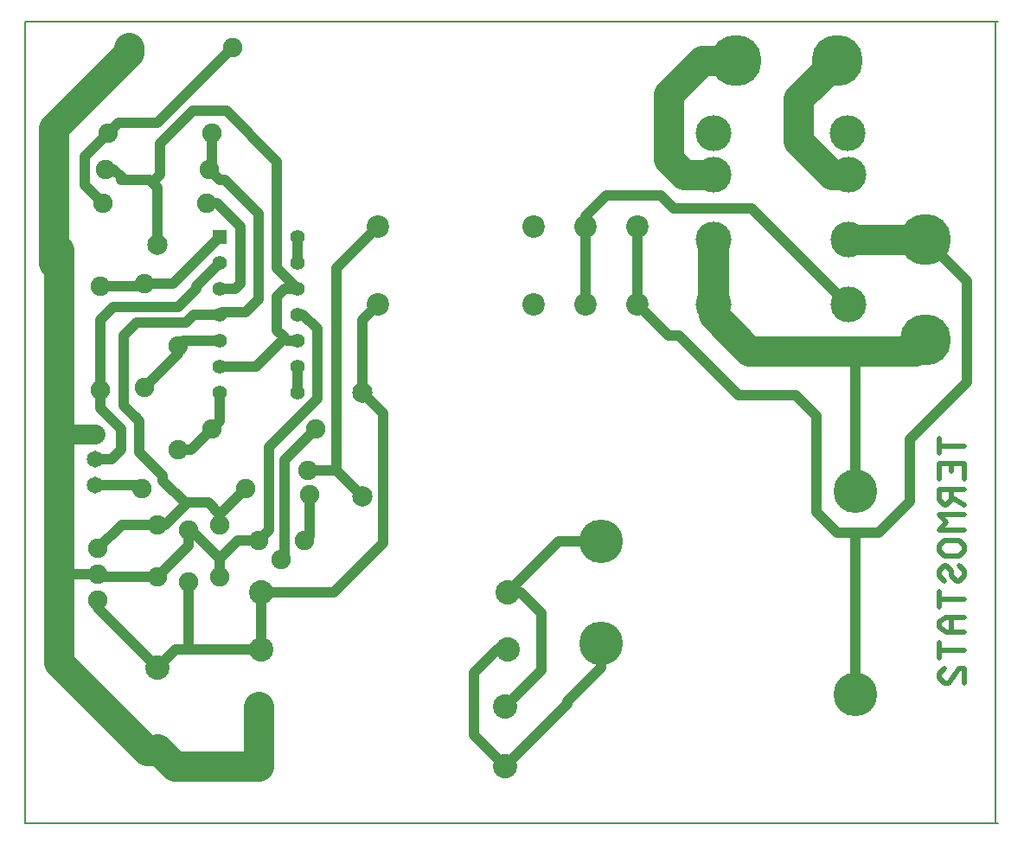
<source format=gbr>
%AMTOOL10*
1,1,0.0750,0,0*
%
%AMTOOL11*
1,1,0.0750,0,0*
%
%AMTOOL12*
21,1,0.0550,0.0550,0.0000,0.0000,90.00*
%
%AMTOOL13*
1,1,0.0550,0,0*
%
%AMTOOL14*
1,1,0.1969,0,0*
%
%AMTOOL15*
1,1,0.1378,0,0*
%
%AMTOOL16*
1,1,0.0785,0,0*
%
%AMTOOL17*
1,1,0.0785,0,0*
%
%AMTOOL18*
1,1,0.0650,0,0*
%
%AMTOOL19*
1,1,0.0940,0,0*
%
%AMTOOL20*
1,1,0.1681,0,0*
%
%AMTOOL21*
1,1,0.0866,0,0*
%
%AMTOOL22*
1,1,0.0940,0,0*
%
%AMTOOL23*
1,1,0.1969,0,0*
%
%ADD10C,0.002*%
%ADD11C,2.048*%
%ADD12C,0.008*%
%ADD13C,0.039*%
%ADD14C,0.050*%
%ADD15C,0.118*%
%ADD16C,0.078*%
%ADD17C,0.019*%
%ADD18C,0.010*%
%ADD19C,0.013*%
%ADD20TOOL10*%
%ADD21TOOL11*%
%ADD22TOOL12*%
%ADD23TOOL13*%
%ADD24TOOL14*%
%ADD25TOOL15*%
%ADD26TOOL16*%
%ADD27TOOL17*%
%ADD28TOOL18*%
%ADD29TOOL19*%
%ADD30TOOL20*%
%ADD31TOOL21*%
%ADD32TOOL22*%
%ADD33TOOL23*%
%FSLAX34Y34*%
G01X0Y0D02*
G01X60900Y39500D02*
G54D12*
G01Y8600D01*
X23500D02*
Y39500D01*
X61000Y8600D02*
X23500D01*
X61000Y39500D02*
X23500D01*
G01X59693Y23133D02*
G54D17*
G01X58708D01*
Y23428D02*
Y22837D01*
X59693Y21852D02*
Y22443D01*
X58708*
Y21852*
X59200Y22148D02*
Y22443D01*
X59693Y21458D02*
X58708D01*
Y21064*
X58905Y20867*
X59003*
X59200Y21064*
Y21458*
Y21163D02*
X59693Y20867D01*
Y20473D02*
X58708D01*
X59003Y20178*
X58708Y19882*
X59693*
X59496Y19488D02*
X59693Y19291D01*
Y19094*
X59496Y18897*
X58905*
X58708Y19094*
Y19291*
X58905Y19488*
X59496*
Y18503D02*
X59693Y18306D01*
Y18109*
X59496Y17912*
X59397*
X59200Y18109*
Y18306*
X59003Y18503*
X58905*
X58708Y18306*
Y18109*
X58905Y17912*
X59693Y17223D02*
X58708D01*
Y17518D02*
Y16927D01*
X59693Y16533D02*
X59003D01*
X58708Y16336*
Y16139*
X59003Y15942*
X59693*
X59200D02*
Y16533D01*
X59693Y15253D02*
X58708D01*
Y15548D02*
Y14957D01*
X58905Y14563D02*
X58708Y14366D01*
Y14169*
X58905Y13972*
X59102*
X59496Y14563*
X59693*
Y13972*
G01X30500Y32500D02*
G54D13*
G01X30900D01*
X31800Y31600*
Y29400*
X31600Y29200*
X31000*
X26400Y29300D02*
X28000D01*
X28100Y29400*
X29200*
X31000Y31200*
X33400Y18700D02*
X33350Y18750D01*
X33500Y18800D02*
X33400Y18700D01*
X33500Y21200D02*
Y18800D01*
Y22300D02*
Y21200D01*
Y22600D02*
Y22300D01*
X34150Y23250D02*
X33500Y22600D01*
X34700Y23800D02*
X34150Y23250D01*
G01X60900Y39500D02*
G54D12*
G01Y8600D01*
X23500D02*
Y39500D01*
X61000Y8600D02*
X23500D01*
X61000Y39500D02*
X23500D01*
G01X34000Y25200D02*
G54D13*
G01Y26200D01*
X34300Y19500D02*
X34250D01*
X34452Y19652D02*
X34300Y19500D01*
X34452Y21252D02*
Y19652D01*
G54D20*
X29400Y23000D03*
Y27000D03*
X26400Y29300D03*
Y25300D03*
G54D21*
X30500Y32500D03*
X26500D03*
X30700Y23800D03*
X34700D03*
G54D22*
X31000Y31200D03*
G54D23*
Y30200D03*
Y29200D03*
Y28200D03*
Y27200D03*
Y26200D03*
Y25200D03*
X34000D03*
Y26200D03*
Y27200D03*
Y28200D03*
Y29200D03*
Y30200D03*
Y31200D03*
G54D21*
X34400Y22200D03*
X34452Y21252D03*
G54D20*
X28100Y29400D03*
Y25400D03*
G54D21*
X30600Y33800D03*
X26600D03*
X32000Y21500D03*
X28000D03*
G54D20*
X31000Y18100D03*
Y20100D03*
X32500Y19500D03*
X33350Y18750D03*
X34250Y19500D03*
G01X54784Y38000D02*
G54D15*
G01X53300Y36516D01*
Y35000*
Y34900*
X54500Y33700*
X54600Y33600*
X55200*
X55220Y33580*
X50000Y33600D02*
X50020Y33580D01*
X48900Y33600D02*
X50000D01*
X48400Y34100D02*
X48900Y33600D01*
X48300Y34200D02*
X48400Y34100D01*
X48300Y34200*
Y36700*
X49600Y38000*
X50900*
G54D24*
D03*
X54784D03*
G54D25*
X55200Y35200D03*
X55220Y33580D03*
Y31080D03*
Y28580D03*
X50020D03*
Y31080D03*
Y33580D03*
Y35200D03*
G01X26200Y21632D02*
G54D13*
G01X27868D01*
X28000Y21500*
X29300Y15300D02*
X28600Y14600D01*
X29700Y15300D02*
X29300D01*
X32600D02*
X29700D01*
X29800Y15400*
Y17900*
X32600Y17500D02*
Y15300D01*
X35400Y17500D02*
X32600D01*
X35800Y17900D02*
X35400Y17500D01*
X37300Y19400D02*
X35800Y17900D01*
X37300Y19700D02*
Y19400D01*
Y20100D02*
Y19700D01*
Y20100*
Y21900*
Y23000*
Y24400*
X36500Y25200*
Y28000*
X37100Y28600*
X26300Y17200D02*
Y16900D01*
X28600Y14600*
X35500Y22200D02*
X34400D01*
X36500Y21200D02*
X35500Y22200D01*
Y30000*
X37100Y31600*
G01X59693Y23133D02*
G54D17*
G01X58708D01*
Y23428D02*
Y22837D01*
X59693Y21852D02*
Y22443D01*
X58708*
Y21852*
X59200Y22148D02*
Y22443D01*
X59693Y21458D02*
X58708D01*
Y21064*
X58905Y20867*
X59003*
X59200Y21064*
Y21458*
Y21163D02*
X59693Y20867D01*
Y20473D02*
X58708D01*
X59003Y20178*
X58708Y19882*
X59693*
X59496Y19488D02*
X59693Y19291D01*
Y19094*
X59496Y18897*
X58905*
X58708Y19094*
Y19291*
X58905Y19488*
X59496*
Y18503D02*
X59693Y18306D01*
Y18109*
X59496Y17912*
X59397*
X59200Y18109*
Y18306*
X59003Y18503*
X58905*
X58708Y18306*
Y18109*
X58905Y17912*
X59693Y17223D02*
X58708D01*
Y17518D02*
Y16927D01*
X59693Y16533D02*
X59003D01*
X58708Y16336*
Y16139*
X59003Y15942*
X59693*
X59200D02*
Y16533D01*
X59693Y15253D02*
X58708D01*
Y15548D02*
Y14957D01*
X58905Y14563D02*
X58708Y14366D01*
Y14169*
X58905Y13972*
X59102*
X59496Y14563*
X59693*
Y13972*
G01X29400Y23000D02*
G54D13*
G01X29900D01*
X30700Y23800*
X31000Y24100*
Y25200*
G54D26*
X28600Y30900D03*
X24600D03*
G54D27*
X36500Y25200D03*
Y21200D03*
G54D28*
X26200Y23600D03*
Y22616D03*
Y21632D03*
G54D21*
X30700Y35200D03*
X26700D03*
G01X47100Y31600D02*
G54D13*
G01Y28600D01*
X48300Y27400*
X48700*
X51000Y25100*
X53200*
X53600Y24700*
X54000Y24300*
Y21500*
Y20600*
X54800Y19800*
X54900*
X54800*
X55500*
X56400*
X55500D02*
Y13600D01*
Y13560*
X56400Y19800D02*
X57600Y21000D01*
Y21300*
Y23400*
X59800Y25600*
Y28100*
Y29500*
X58200Y31100*
G01X58200Y31100D02*
G54D15*
G01X55220D01*
X55200*
X55220Y31080D02*
Y31100D01*
X55200*
X55220Y31080D02*
Y31100D01*
X55200D02*
X55220Y31080D01*
G01X55200Y31100D02*
G54D13*
G01X55220Y31080D01*
X55200Y31100*
G01X55200Y31100D02*
G54D15*
G01X55220Y31080D01*
X50020D02*
X50000Y31100D01*
X50020Y31080*
X50000*
X50020D02*
Y28580D01*
X50000Y28600*
X50020Y28580D02*
X50000D01*
X50020D02*
Y28180D01*
X51400Y26800*
X55900*
X57800*
G01X55500Y26400D02*
G54D13*
G01X55900Y26800D01*
X55500Y21400D02*
Y26400D01*
G01X57800Y26800D02*
G54D15*
G01X58200Y27200D01*
Y27216*
X50000Y28600D02*
Y28580D01*
Y31080D02*
Y28600D01*
Y31100D02*
Y31080D01*
G01X31000Y27200D02*
G54D13*
G01X29600D01*
X29400Y27000*
Y26700*
X28100Y25400*
X25800Y33200D02*
X26500Y32500D01*
X25800Y33900D02*
Y33200D01*
Y34000D02*
Y33900D01*
Y34300D02*
Y34000D01*
X26700Y35200D02*
X25800Y34300D01*
X27100Y35600D02*
X26700Y35200D01*
X27800Y35600D02*
X27100D01*
X28600D02*
X27800D01*
X31500Y38500D02*
X28600Y35600D01*
G54D20*
X29800Y17900D03*
Y19870D03*
G54D21*
X27500Y38500D03*
X31500D03*
G54D29*
X28600Y14600D03*
Y11440D03*
G54D30*
X55500Y21400D03*
Y13560D03*
X45700Y15520D03*
Y19440D03*
G01X24600Y30900D02*
G54D15*
G01Y30200D01*
X24800Y30700D02*
X24600Y30900D01*
X24800Y23600D02*
Y30700D01*
G01X26200Y23600D02*
G54D16*
G01X24800D01*
G01X24800Y18200D02*
G54D15*
G01Y23600D01*
G01X26300Y18200D02*
G54D13*
G01X24800D01*
G01X24800Y16800D02*
G54D15*
G01Y18200D01*
Y16600D02*
Y16800D01*
Y16600*
Y14800*
X27500Y12100*
X28200Y11400*
X28600*
Y11440*
X29240Y10800*
X32500*
Y13100*
G01X26400Y18100D02*
G54D13*
G01X26300Y18200D01*
X26400Y18100*
X28600*
X29800Y19300*
Y19870*
Y19900*
Y19870*
X29900Y19900D02*
X29800D01*
X31000Y18800D02*
X29900Y19900D01*
X31000Y18800D02*
Y18100D01*
X31400Y19200D02*
X31000Y18800D01*
X31700Y19500D02*
X31400Y19200D01*
X32500Y19500D02*
X31700D01*
X32900Y19900D02*
X32500Y19500D01*
X32900Y20800D02*
Y19900D01*
Y21100D02*
Y20800D01*
Y22100D02*
Y21100D01*
Y22600D02*
Y22100D01*
Y23100D02*
Y22600D01*
X34350Y24550D02*
X32900Y23100D01*
X34500Y24700D02*
X34350Y24550D01*
X34750Y24950D02*
X34500Y24700D01*
X34750Y25200D02*
Y24950D01*
Y27650D02*
Y25200D01*
Y27650D02*
X34200Y28200D01*
X34000*
G01X24600Y30200D02*
G54D15*
G01Y31500D01*
Y31900*
Y31500*
Y31900D02*
Y35400D01*
X25000Y35800*
X27500Y38300*
Y38500*
G54D20*
X26300Y17200D03*
Y18200D03*
Y19180D03*
G54D31*
X37100Y28600D03*
Y31600D03*
X43100Y28600D03*
Y31600D03*
X45100D03*
Y28600D03*
X47100D03*
Y31600D03*
G01X40800Y12000D02*
G54D13*
G01X42000Y10800D01*
X44400Y13200*
Y13300*
Y13200*
Y13300D02*
X45700Y14600D01*
Y15500*
Y15520*
X40800Y14400D02*
Y12000D01*
X41700Y15300D02*
X40800Y14400D01*
X42100Y15300D02*
X41700D01*
X26900Y33800D02*
X26600D01*
X27250Y33450D02*
X26900Y33800D01*
X27300Y33400D02*
X27250Y33450D01*
X27200Y33400*
X27300*
X28300*
X28400Y33300*
X28600Y33100*
X28700Y33600D02*
X28400Y33300D01*
X28700Y34400D02*
Y33600D01*
Y34800D02*
Y34400D01*
X29950Y36050D02*
X28700Y34800D01*
X29950Y36050D02*
X31250D01*
X33100Y34200*
X34000Y29200D02*
X33500D01*
X33200Y28900*
Y27600*
X33450Y27350*
X33600Y27200*
X33500Y27300D02*
X33450Y27350D01*
X32400Y26200D02*
X33500Y27300D01*
X31000Y26200D02*
X32400D01*
X33600Y27200D02*
X34000D01*
X28600Y30900D02*
Y33100D01*
X34000Y29200D02*
X33200Y30000D01*
Y32000*
Y34100*
X33100Y34200*
G54D32*
X42100Y15300D03*
X32600D03*
X32500Y10800D03*
X42000D03*
X32500Y13100D03*
X42000D03*
X42100Y17500D03*
X32600D03*
G01X26300Y19180D02*
G54D13*
G01X27220Y20100D01*
X28600*
X28900*
X29700Y20900*
X29650Y20950*
X28800Y21800*
X29650Y20950D02*
X30550D01*
X31000Y20500*
Y20100*
Y20500D02*
X32000Y21500D01*
X28800Y22000D02*
Y21800D01*
X27900Y22900D02*
X28800Y22000D01*
X27900Y23800D02*
Y22900D01*
Y24100D02*
Y23800D01*
X27750Y24250D02*
X27900Y24100D01*
X27800Y24200D02*
X27750Y24250D01*
X27300Y24700D02*
X27800Y24200D01*
X27300Y25700D02*
Y24700D01*
Y26600D02*
Y25700D01*
Y26600D02*
Y27400D01*
X27800Y27900*
X29700*
X30000Y28200*
X30400*
X31000*
X31100Y28300*
X32000*
X32200Y28500*
X32500Y28800*
Y31800*
Y32100*
X31200Y33400*
X31000*
X30600Y33800*
X30700Y33900*
Y35200*
X45100Y28600D02*
Y31600D01*
Y32000*
X45900Y32800*
X48000*
X48400Y32400*
X48500Y32300*
X51100*
X51500*
X55200Y28600*
X55220Y28580*
X26200Y22616D02*
X26816D01*
X27200Y23000*
Y23800*
X26800Y24200*
X26400Y24600*
Y25300*
Y26900*
Y28000*
X26900Y28500*
X29400*
X29800Y28900*
X30100Y29200*
Y29300*
Y29200*
X31000Y30200D02*
X30100Y29300D01*
X43400Y14500D02*
X42000Y13100D01*
X43400Y16700D02*
Y14500D01*
X42600Y17500D02*
X43400Y16700D01*
X42100Y17500D02*
X42600D01*
X44040Y19440D02*
X42100Y17500D01*
X45700Y19440D02*
X44040D01*
X34000Y30200D02*
Y31200D01*
G54D20*
X28600Y18100D03*
Y20100D03*
G54D33*
X58200Y31100D03*
Y27216D03*
X0Y0D02*
M02*

</source>
